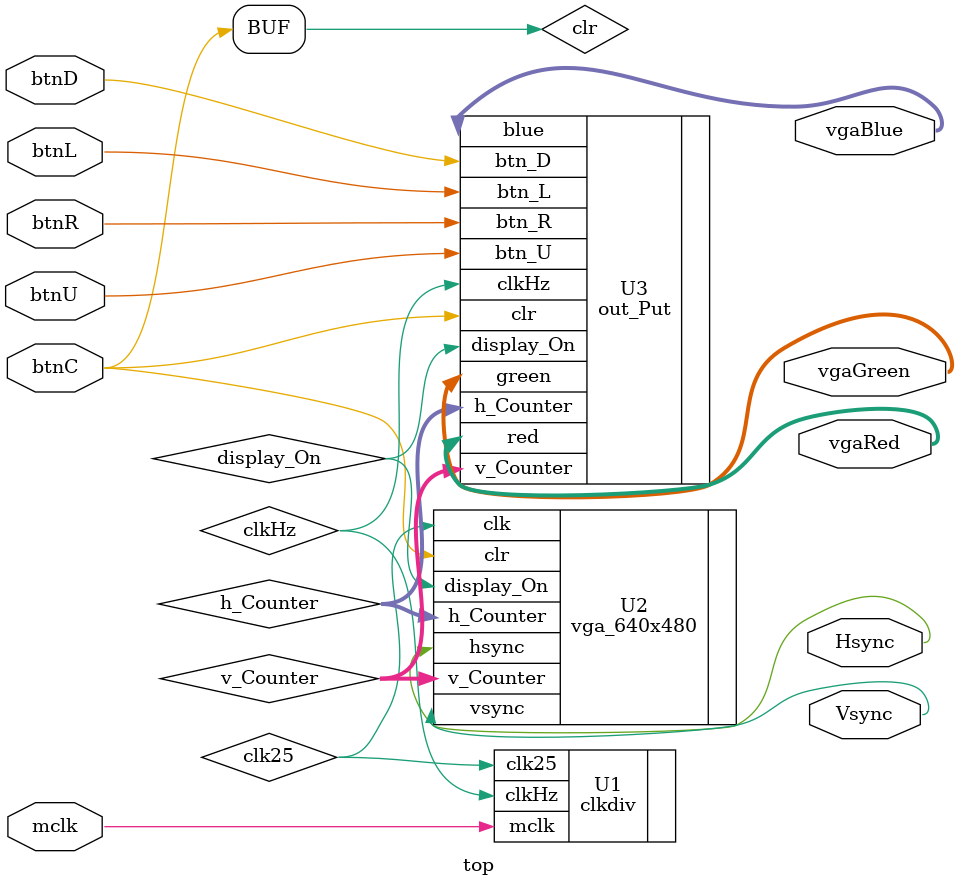
<source format=v>
`timescale 1ns / 1ps

module top(
    input wire mclk,
    input wire btnC, btnU, btnD, btnL, btnR,
    output wire Hsync, Vsync,
    output wire [3:0] vgaRed, vgaGreen, vgaBlue
    );
    wire clkHz, clk25, clr, display_On;
    wire [9:0] h_Counter, v_Counter;
    
    assign clr = btnC;
    
    clkdiv U1 (
        .mclk(mclk), .clk25(clk25), .clkHz(clkHz)
    );
    
    vga_640x480 U2 (
        .clk(clk25), .clr(clr), .hsync(Hsync), .vsync(Vsync),
            .h_Counter(h_Counter), .v_Counter(v_Counter), .display_On(display_On)
    );
    
    out_Put U3 (
        .display_On(display_On), .h_Counter(h_Counter), .v_Counter(v_Counter),
            .btn_U(btnU), .btn_D(btnD), .btn_L(btnL), .btn_R(btnR), .clkHz(clkHz),
                .clr(clr), .red(vgaRed), .green(vgaGreen), .blue(vgaBlue)
    );
endmodule

</source>
